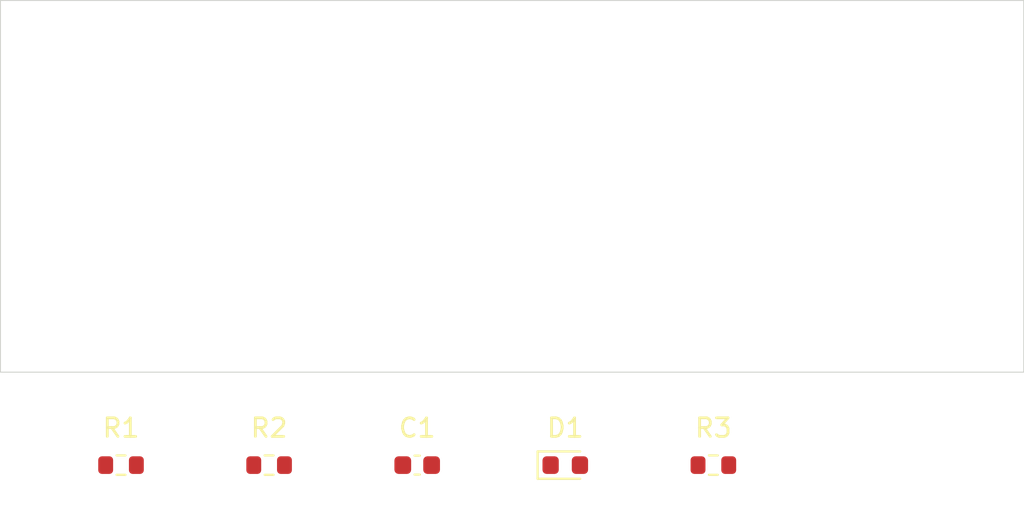
<source format=kicad_pcb>
(kicad_pcb (version 20241229) (generator "pcbnew") (generator_version "9.0")
  (layers (0 "F.Cu" signal) (2 "B.Cu" signal) (13 "F.Paste" user) (15 "B.Paste" user) (5 "F.SilkS" user "F.Silkscreen") (7 "B.SilkS" user "B.Silkscreen") (1 "F.Mask" user) (3 "B.Mask" user) (25 "Edge.Cuts" user))
  (net 0 "")
  (footprint "Resistor_SMD:R_0603_1608Metric" (layer "F.Cu") (at 6.479999999999997 25.0)
    (property "Reference" "R1" (at 0 -2 0) (layer "F.SilkS") (effects (font (size 1.0 1.0))))
    (property "Value" "10k")
    (fp_line (start -0.237258 -0.5225) (end 0.237258 -0.5225) (stroke (width 0.12)) (layer "F.SilkS"))
    (fp_line (start -0.237258 0.5225) (end 0.237258 0.5225) (stroke (width 0.12)) (layer "F.SilkS"))
    (pad "1" smd roundrect (at -0.825 0.0) (size 0.8 0.95) (layers "F.Cu" "F.Mask" "F.Paste"))
    (pad "2" smd roundrect (at 0.825 0.0) (size 0.8 0.95) (layers "F.Cu" "F.Mask" "F.Paste"))
  )
  (footprint "Resistor_SMD:R_0603_1608Metric" (layer "F.Cu") (at 14.43999999999999 25.0)
    (property "Reference" "R2" (at 0 -2 0) (layer "F.SilkS") (effects (font (size 1.0 1.0))))
    (property "Value" "20k")
    (fp_line (start -0.237258 -0.5225) (end 0.237258 -0.5225) (stroke (width 0.12)) (layer "F.SilkS"))
    (fp_line (start -0.237258 0.5225) (end 0.237258 0.5225) (stroke (width 0.12)) (layer "F.SilkS"))
    (pad "1" smd roundrect (at -0.825 0.0) (size 0.8 0.95) (layers "F.Cu" "F.Mask" "F.Paste"))
    (pad "2" smd roundrect (at 0.825 0.0) (size 0.8 0.95) (layers "F.Cu" "F.Mask" "F.Paste"))
  )
  (footprint "Capacitor_SMD:C_0603_1608Metric" (layer "F.Cu") (at 22.399999999999984 25.0)
    (property "Reference" "C1" (at 0 -2 0) (layer "F.SilkS") (effects (font (size 1.0 1.0))))
    (property "Value" "100nF")
    (fp_line (start -0.14058 -0.51) (end 0.14058 -0.51) (stroke (width 0.12)) (layer "F.SilkS"))
    (fp_line (start -0.14058 0.51) (end 0.14058 0.51) (stroke (width 0.12)) (layer "F.SilkS"))
    (pad "1" smd roundrect (at -0.775 0.0) (size 0.9 0.95) (layers "F.Cu" "F.Mask" "F.Paste"))
    (pad "2" smd roundrect (at 0.775 0.0) (size 0.9 0.95) (layers "F.Cu" "F.Mask" "F.Paste"))
  )
  (footprint "LED_SMD:LED_0603_1608Metric" (layer "F.Cu") (at 30.359999999999978 25.0)
    (property "Reference" "D1" (at 0 -2 0) (layer "F.SilkS") (effects (font (size 1.0 1.0))))
    (property "Value" "")
    (fp_line (start -1.485 -0.735) (end -1.485 0.735) (stroke (width 0.12)) (layer "F.SilkS"))
    (fp_line (start -1.485 0.735) (end 0.8 0.735) (stroke (width 0.12)) (layer "F.SilkS"))
    (fp_line (start 0.8 -0.735) (end -1.485 -0.735) (stroke (width 0.12)) (layer "F.SilkS"))
    (pad "1" smd roundrect (at -0.7875 0.0) (size 0.875 0.95) (layers "F.Cu" "F.Mask" "F.Paste"))
    (pad "2" smd roundrect (at 0.7875 0.0) (size 0.875 0.95) (layers "F.Cu" "F.Mask" "F.Paste"))
  )
  (footprint "Resistor_SMD:R_0603_1608Metric" (layer "F.Cu") (at 38.31999999999997 25.0)
    (property "Reference" "R3" (at 0 -2 0) (layer "F.SilkS") (effects (font (size 1.0 1.0))))
    (property "Value" "330")
    (fp_line (start -0.237258 -0.5225) (end 0.237258 -0.5225) (stroke (width 0.12)) (layer "F.SilkS"))
    (fp_line (start -0.237258 0.5225) (end 0.237258 0.5225) (stroke (width 0.12)) (layer "F.SilkS"))
    (pad "1" smd roundrect (at -0.825 0.0) (size 0.8 0.95) (layers "F.Cu" "F.Mask" "F.Paste"))
    (pad "2" smd roundrect (at 0.825 0.0) (size 0.8 0.95) (layers "F.Cu" "F.Mask" "F.Paste"))
  )
  (gr_rect (start 0 0) (end 55.0 20.0) (stroke (width 0.05)) (fill no) (layer "Edge.Cuts"))
)
</source>
